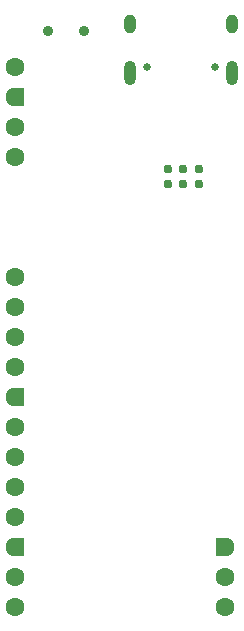
<source format=gbr>
%TF.GenerationSoftware,KiCad,Pcbnew,9.0.0*%
%TF.CreationDate,2025-03-18T00:42:33+02:00*%
%TF.ProjectId,haptic-bracelet,68617074-6963-42d6-9272-6163656c6574,rev?*%
%TF.SameCoordinates,Original*%
%TF.FileFunction,Soldermask,Bot*%
%TF.FilePolarity,Negative*%
%FSLAX46Y46*%
G04 Gerber Fmt 4.6, Leading zero omitted, Abs format (unit mm)*
G04 Created by KiCad (PCBNEW 9.0.0) date 2025-03-18 00:42:33*
%MOMM*%
%LPD*%
G01*
G04 APERTURE LIST*
G04 Aperture macros list*
%AMFreePoly0*
4,1,37,0.603843,0.796157,0.639018,0.796157,0.711114,0.766294,0.766294,0.711114,0.796157,0.639018,0.796157,0.603843,0.800000,0.600000,0.800000,-0.600000,0.796157,-0.603843,0.796157,-0.639018,0.766294,-0.711114,0.711114,-0.766294,0.639018,-0.796157,0.603843,-0.796157,0.600000,-0.800000,0.000000,-0.800000,0.000000,-0.796148,-0.078414,-0.796148,-0.232228,-0.765552,-0.377117,-0.705537,
-0.507515,-0.618408,-0.618408,-0.507515,-0.705537,-0.377117,-0.765552,-0.232228,-0.796148,-0.078414,-0.796148,0.078414,-0.765552,0.232228,-0.705537,0.377117,-0.618408,0.507515,-0.507515,0.618408,-0.377117,0.705537,-0.232228,0.765552,-0.078414,0.796148,0.000000,0.796148,0.000000,0.800000,0.600000,0.800000,0.603843,0.796157,0.603843,0.796157,$1*%
%AMFreePoly1*
4,1,37,0.000000,0.796148,0.078414,0.796148,0.232228,0.765552,0.377117,0.705537,0.507515,0.618408,0.618408,0.507515,0.705537,0.377117,0.765552,0.232228,0.796148,0.078414,0.796148,-0.078414,0.765552,-0.232228,0.705537,-0.377117,0.618408,-0.507515,0.507515,-0.618408,0.377117,-0.705537,0.232228,-0.765552,0.078414,-0.796148,0.000000,-0.796148,0.000000,-0.800000,-0.600000,-0.800000,
-0.603843,-0.796157,-0.639018,-0.796157,-0.711114,-0.766294,-0.766294,-0.711114,-0.796157,-0.639018,-0.796157,-0.603843,-0.800000,-0.600000,-0.800000,0.600000,-0.796157,0.603843,-0.796157,0.639018,-0.766294,0.711114,-0.711114,0.766294,-0.639018,0.796157,-0.603843,0.796157,-0.600000,0.800000,0.000000,0.800000,0.000000,0.796148,0.000000,0.796148,$1*%
G04 Aperture macros list end*
%ADD10C,0.900000*%
%ADD11C,0.650000*%
%ADD12O,1.000000X2.100000*%
%ADD13O,1.000000X1.600000*%
%ADD14C,0.770000*%
%ADD15FreePoly0,180.000000*%
%ADD16C,1.600000*%
%ADD17FreePoly1,180.000000*%
G04 APERTURE END LIST*
D10*
%TO.C,SW2*%
X162000000Y-74495000D03*
X159000000Y-74495000D03*
%TD*%
D11*
%TO.C,J5*%
X173140000Y-77605000D03*
X167360000Y-77605000D03*
D12*
X174570000Y-78105000D03*
D13*
X174570000Y-73925000D03*
D12*
X165930000Y-78105000D03*
D13*
X165930000Y-73925000D03*
%TD*%
D14*
%TO.C,U1*%
X171750000Y-86200000D03*
X170450000Y-86200000D03*
X169150000Y-86200000D03*
X171750000Y-87500000D03*
X170450000Y-87500000D03*
X169150000Y-87500000D03*
%TD*%
D15*
%TO.C,A1*%
X174000000Y-118180000D03*
D16*
X174000000Y-120720000D03*
X174000000Y-123260000D03*
X156220000Y-123260000D03*
X156220000Y-120720000D03*
D17*
X156220000Y-118180000D03*
D16*
X156220000Y-115640000D03*
X156220000Y-113100000D03*
X156220000Y-110560000D03*
X156220000Y-108020000D03*
D17*
X156220000Y-105480000D03*
D16*
X156220000Y-102940000D03*
X156220000Y-100400000D03*
X156220000Y-97860000D03*
X156220000Y-95320000D03*
X156220000Y-85160000D03*
X156220000Y-82620000D03*
D17*
X156220000Y-80080000D03*
D16*
X156220000Y-77540000D03*
%TD*%
M02*

</source>
